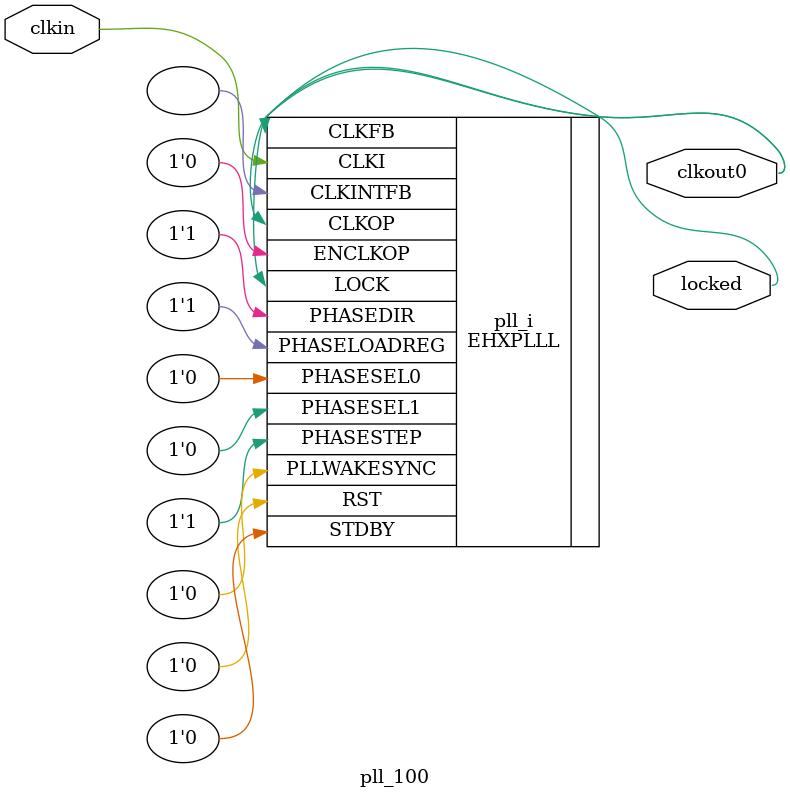
<source format=v>
module pll_100
(
    input clkin, // 16 MHz, 0 deg
    output clkout0, // 100 MHz, 0 deg
    output locked
);
(* FREQUENCY_PIN_CLKI="16" *)
(* FREQUENCY_PIN_CLKOP="100" *)
(* ICP_CURRENT="12" *) (* LPF_RESISTOR="8" *) (* MFG_ENABLE_FILTEROPAMP="1" *) (* MFG_GMCREF_SEL="2" *)
EHXPLLL #(
        .PLLRST_ENA("DISABLED"),
        .INTFB_WAKE("DISABLED"),
        .STDBY_ENABLE("DISABLED"),
        .DPHASE_SOURCE("DISABLED"),
        .OUTDIVIDER_MUXA("DIVA"),
        .OUTDIVIDER_MUXB("DIVB"),
        .OUTDIVIDER_MUXC("DIVC"),
        .OUTDIVIDER_MUXD("DIVD"),
        .CLKI_DIV(4),
        .CLKOP_ENABLE("ENABLED"),
        .CLKOP_DIV(6),
        .CLKOP_CPHASE(2),
        .CLKOP_FPHASE(0),
        .FEEDBK_PATH("CLKOP"),
        .CLKFB_DIV(25)
    ) pll_i (
        .RST(1'b0),
        .STDBY(1'b0),
        .CLKI(clkin),
        .CLKOP(clkout0),
        .CLKFB(clkout0),
        .CLKINTFB(),
        .PHASESEL0(1'b0),
        .PHASESEL1(1'b0),
        .PHASEDIR(1'b1),
        .PHASESTEP(1'b1),
        .PHASELOADREG(1'b1),
        .PLLWAKESYNC(1'b0),
        .ENCLKOP(1'b0),
        .LOCK(locked)
	);
endmodule

</source>
